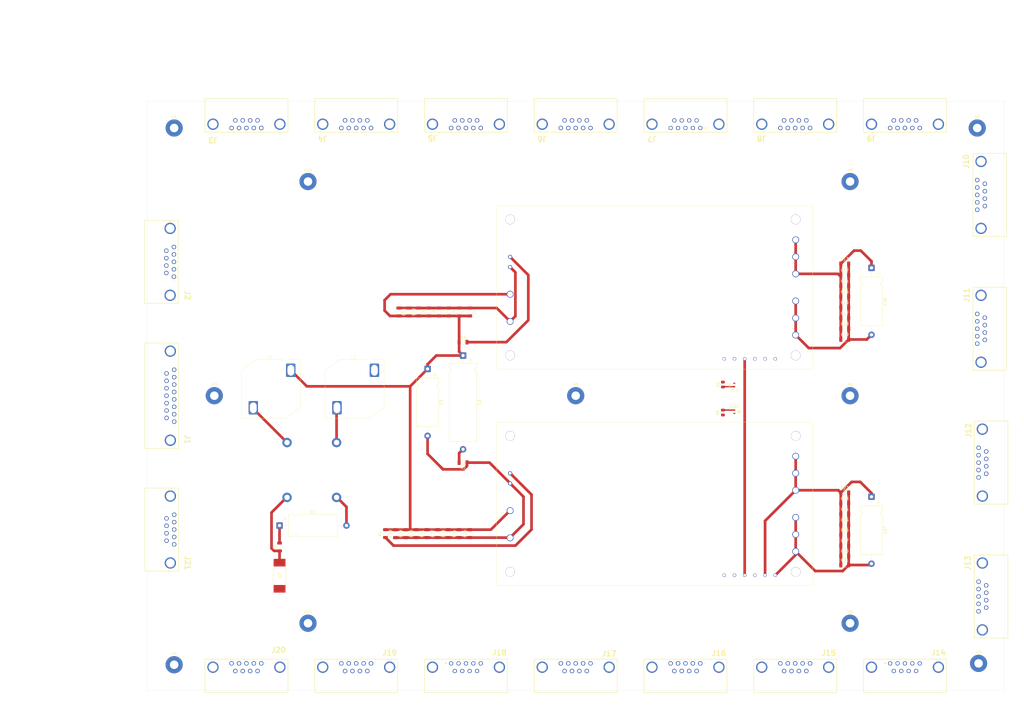
<source format=kicad_pcb>
(kicad_pcb (version 20241229) (generator "pcbnew") (generator_version "9.0")
  (layers (0 "F.Cu" signal) (4 "In1.Cu" signal) (6 "In2.Cu" signal) (8 "In3.Cu" signal) (10 "In4.Cu" signal) (2 "B.Cu" signal) (13 "F.Paste" user) (15 "B.Paste" user) (5 "F.SilkS" user "F.Silkscreen") (7 "B.SilkS" user "B.Silkscreen") (1 "F.Mask" user) (3 "B.Mask" user) (25 "Edge.Cuts" user))
  (net 0 "")
  (net 1 "Net-(C1-Pad1)")
  (net 2 "V_BATT_RTN")
  (net 3 "Net-(C3-Pad2)")
  (net 4 "V_SEC_OUT")
  (net 5 "V_SEC_RTN")
  (net 6 "Net-(LED1-Pad2)")
  (net 7 "Net-(U3-DC_OK)")
  (net 8 "Net-(LED2-Pad2)")
  (net 9 "Net-(L1-Pad4)")
  (net 11 "Net-(U3-Enable+)")
  (net 12 "Net-(J7-PadS1)")
  (net 13 "Net-(U3-AUX)")
  (net 15 "/Main-DC-DC_Converter/Parallel")
  (net 16 "V_BATT_IN")
  (net 18 "Net-(L1-Pad3)")
  (net 19 "Net-(L1-Pad1)")
  (net 20 "Net-(U1-Vin+)")
  (net 21 "Net-(U1-Enable-)")
  (net 22 "Net-(U1-DC_OK)")
  (net 23 "Net-(U1-Enable+)")
  (net 24 "Net-(U1-AUX)")
  (net 25 "CHASSIS")
  (net 27 "Net-(J14-PadS1)")
  (net 30 "Net-(J18-PadS1)")
  (footprint "Capacitor_SMD:C_1206_3216Metric" (layer "F.Cu") (at 400.5 236.25)
    (property "Reference" "C22")
    (property "Value" "0.1uF")
  )
  (footprint "Wurth_Elektronik:618009231121" (layer "F.Cu") (at 142.2 150 -90)
    (property "Reference" "J2")
    (property "Value" "618009231121")
  )
  (footprint "Resistor_SMD:R_1206_3216Metric" (layer "F.Cu") (at 228.92 251.5125 -90)
    (property "Reference" "R4")
    (property "Value" "9.1k")
  )
  (footprint "MountingHole:MountingHole_3.2mm_M3_Pad" (layer "F.Cu") (at 150 100)
    (property "Reference" "H1")
    (property "Value" "MountingHole_Pad")
  )
  (footprint "Capacitor_THT:CP_Axial_L18.0mm_D8.0mm_P25.00mm_Horizontal" (layer "F.Cu") (at 410.5 152.25 -90)
    (property "Reference" "C36")
    (property "Value" "150uF")
  )
  (footprint "Capacitor_SMD:C_1206_3216Metric" (layer "F.Cu") (at 237.67 168.725 -90)
    (property "Reference" "C10")
    (property "Value" "1uF")
  )
  (footprint "CoilCraft:AGM2222-192" (layer "F.Cu") (at 179.57 204.5075)
    (property "Reference" "L2")
    (property "Value" "1.9uH")
  )
  (footprint "Capacitor_THT:CP_Axial_L18.0mm_D8.0mm_P25.00mm_Horizontal" (layer "F.Cu") (at 244.67 190 -90)
    (property "Reference" "C2")
    (property "Value" "150uF")
  )
  (footprint "Wurth_Elektronik:618009231121" (layer "F.Cu") (at 218 92.28 180)
    (property "Reference" "J4")
    (property "Value" "618009231121")
  )
  (footprint "Wurth_Elektronik:618009231121" (layer "F.Cu") (at 382 92.28 180)
    (property "Reference" "J8")
    (property "Value" "618009231121")
  )
  (footprint "Capacitor_SMD:C_1206_3216Metric" (layer "F.Cu") (at 260.42 168.725 -90)
    (property "Reference" "C4")
    (property "Value" "0.1uF")
  )
  (footprint "Capacitor_SMD:C_1206_3216Metric" (layer "F.Cu") (at 400.5 150.75)
    (property "Reference" "C13")
    (property "Value" "1uF")
  )
  (footprint "Capacitor_SMD:C_1206_3216Metric" (layer "F.Cu") (at 400.5 171)
    (property "Reference" "C17")
    (property "Value" "0.1uF")
  )
  (footprint "Eaton:1245HC100-RTR_COB-L" (layer "F.Cu") (at 189.37 267.25 90)
    (property "Reference" "U2")
    (property "Value" "1245HC100-RTR")
  )
  (footprint "Wurth_Elektronik:618009231221" (layer "F.Cu") (at 259 307.72)
    (property "Reference" "J18")
    (property "Value" "618009231221")
  )
  (footprint "Wurth_Elektronik:618009231121" (layer "F.Cu") (at 142.28 250 -90)
    (property "Reference" "J21")
    (property "Value" "618009231121")
  )
  (footprint "MountingHole:MountingHole_3.2mm_M3_Pad" (layer "F.Cu") (at 402.5 120)
    (property "Reference" "H8")
    (property "Value" "MountingHole_Pad")
  )
  (footprint "Wurth_Elektronik:618009231221" (layer "F.Cu") (at 423 307.72)
    (property "Reference" "J14")
    (property "Value" "618009231221")
  )
  (footprint "Resistor_SMD:R_1206_3216Metric" (layer "F.Cu") (at 257.92 180)
    (property "Reference" "R3")
    (property "Value" "9.1k")
  )
  (footprint "Wurth_Elektronik:618009231121" (layer "F.Cu") (at 458.22 275 90)
    (property "Reference" "J13")
    (property "Value" "618009231121")
  )
  (footprint "Capacitor_SMD:C_1206_3216Metric" (layer "F.Cu") (at 400.5 256)
    (property "Reference" "C27")
    (property "Value" "1uF")
  )
  (footprint "Resistor_SMD:R_0805_2012Metric" (layer "F.Cu") (at 355 206.29115 -90)
    (property "Reference" "R6")
    (property "Value" "530")
  )
  (footprint "Kemet:SCT25XV" (layer "F.Cu") (at 210.67 217.5 -90)
    (property "Reference" "L1")
    (property "Value" "SCT25XV-280-2R1A005JV")
  )
  (footprint "Capacitor_SMD:C_1206_3216Metric" (layer "F.Cu") (at 232.67 251.55 90)
    (property "Reference" "C28")
    (property "Value" "1uF")
  )
  (footprint "Capacitor_SMD:C_1206_3216Metric" (layer "F.Cu") (at 252.42 251.525 90)
    (property "Reference" "C33")
    (property "Value" "0.1uF")
  )
  (footprint "Wurth_Elektronik:618009231121" (layer "F.Cu") (at 341 307.72)
    (property "Reference" "J16")
    (property "Value" "618009231121")
  )
  (footprint "Wurth_Elektronik:618009231121" (layer "F.Cu") (at 300 307.72)
    (property "Reference" "J17")
    (property "Value" "618009231121")
  )
  (footprint "Wurth_Elektronik:LED_0AS75000_WRE" (layer "F.Cu") (at 359.25 206 90)
    (property "Reference" "LED2")
    (property "Value" "150060AS75000")
  )
  (footprint "MSAG_Misc:QSB400" (layer "F.Cu") (at 270.42 190.08)
    (property "Reference" "U1" (hide yes))
    (property "Value" "QSB40024S12" (hide yes))
  )
  (footprint "Capacitor_SMD:C_1206_3216Metric" (layer "F.Cu") (at 400.5 259.9)
    (property "Reference" "C20")
    (property "Value" "0.1uF")
  )
  (footprint "Resistor_SMD:R_1206_3216Metric" (layer "F.Cu") (at 257.92 225)
    (property "Reference" "R2")
    (property "Value" "0.1")
  )
  (footprint "Wurth_Elektronik:618009231121" (layer "F.Cu") (at 457.72 125 90)
    (property "Reference" "J10")
    (property "Value" "618009231121")
  )
  (footprint "Capacitor_THT:CP_Axial_L18.0mm_D8.0mm_P25.00mm_Horizontal" (layer "F.Cu") (at 189.37 248.5)
    (property "Reference" "C1")
    (property "Value" "150uF")
  )
  (footprint "Capacitor_SMD:C_1206_3216Metric" (layer "F.Cu") (at 252.67 168.725 -90)
    (property "Reference" "C6")
    (property "Value" "0.1uF")
  )
  (footprint "Wurth_Elektronik:618009231121" (layer "F.Cu") (at 458.22 225 90)
    (property "Reference" "J12")
    (property "Value" "618009231121")
  )
  (footprint "Capacitor_SMD:C_1206_3216Metric" (layer "F.Cu") (at 400.5 240.25)
    (property "Reference" "C23")
    (property "Value" "0.1uF")
  )
  (footprint "Capacitor_SMD:C_1206_3216Metric" (layer "F.Cu") (at 240.42 251.525 90)
    (property "Reference" "C30")
    (property "Value" "1uF")
  )
  (footprint "MountingHole:MountingHole_3.2mm_M3_Pad" (layer "F.Cu") (at 165 200)
    (property "Reference" "H7")
    (property "Value" "MountingHole_Pad")
  )
  (footprint "Capacitor_SMD:C_1206_3216Metric" (layer "F.Cu") (at 260.42 251.525 90)
    (property "Reference" "C35")
    (property "Value" "0.1uF")
  )
  (footprint "Resistor_SMD:R_1206_3216Metric" (layer "F.Cu") (at 189.37 256.5 90)
    (property "Reference" "R1")
    (property "Value" "10k")
  )
  (footprint "Capacitor_SMD:C_1206_3216Metric" (layer "F.Cu") (at 400.5 159)
    (property "Reference" "C14")
    (property "Value" "1uF")
  )
  (footprint "MountingHole:MountingHole_3.2mm_M3_Pad" (layer "F.Cu") (at 200 120)
    (property "Reference" "H10")
    (property "Value" "MountingHole_Pad")
  )
  (footprint "MountingHole:MountingHole_3.2mm_M3_Pad" (layer "F.Cu") (at 402.5 200)
    (property "Reference" "H6")
    (property "Value" "MountingHole_Pad")
  )
  (footprint "Wurth_Elektronik:618009231121" (layer "F.Cu") (at 259 92.28 180)
    (property "Reference" "J5")
    (property "Value" "618009231121")
  )
  (footprint "Wurth_Elektronik:618009231121" (layer "F.Cu") (at 457.72 175 90)
    (property "Reference" "J11")
    (property "Value" "618009231121")
  )
  (footprint "MountingHole:MountingHole_3.2mm_M3_Pad" (layer "F.Cu") (at 200 285)
    (property "Reference" "H11")
    (property "Value" "MountingHole_Pad")
  )
  (footprint "Capacitor_SMD:C_1206_3216Metric" (layer "F.Cu") (at 256.42 251.525 90)
    (property "Reference" "C34")
    (property "Value" "0.1uF")
  )
  (footprint "Capacitor_SMD:C_1206_3216Metric" (layer "F.Cu") (at 248.92 168.725 -90)
    (property "Reference" "C7")
    (property "Value" "0.1uF")
  )
  (footprint "Wurth_Elektronik:618009231121" (layer "F.Cu") (at 382 307.72)
    (property "Reference" "J15")
    (property "Value" "618009231121")
  )
  (footprint "Capacitor_SMD:C_1206_3216Metric" (layer "F.Cu") (at 400.5 155)
    (property "Reference" "C12")
    (property "Value" "1uF")
  )
  (footprint "Wurth_Elektronik:618009231121" (layer "F.Cu") (at 218 307.72)
    (property "Reference" "J19")
    (property "Value" "618009231121")
  )
  (footprint "Capacitor_SMD:C_1206_3216Metric" (layer "F.Cu") (at 400.5 252)
    (property "Reference" "C26")
    (property "Value" "1uF")
  )
  (footprint "Capacitor_SMD:C_1206_3216Metric" (layer "F.Cu") (at 400.5 263.25)
    (property "Reference" "C21")
    (property "Value" "0.1uF")
  )
  (footprint "Wurth_Elektronik:618009231121" (layer "F.Cu") (at 423 92.28 180)
    (property "Reference" "J9")
    (property "Value" "618009231121")
  )
  (footprint "Wurth_Elektronik:618009231121" (layer "F.Cu") (at 177 307.72)
    (property "Reference" "J20")
    (property "Value" "618009231121")
  )
  (footprint "MountingHole:MountingHole_3.2mm_M3_Pad" (layer "F.Cu") (at 150 300.5)
    (property "Reference" "H4")
    (property "Value" "MountingHole_Pad")
  )
  (footprint "MSAG_Misc:QSB400" (layer "F.Cu") (at 270.42 270.88)
    (property "Reference" "U3" (hide yes))
    (property "Value" "QSB40024S12" (hide yes))
  )
  (footprint "Capacitor_SMD:C_1206_3216Metric" (layer "F.Cu") (at 400.5 167)
    (property "Reference" "C16")
    (property "Value" "0.1uF")
  )
  (footprint "MountingHole:MountingHole_3.2mm_M3_Pad" (layer "F.Cu") (at 300 200)
    (property "Reference" "H5")
    (property "Value" "MountingHole_Pad")
  )
  (footprint "Capacitor_SMD:C_1206_3216Metric" (layer "F.Cu") (at 245.17 168.725 -90)
    (property "Reference" "C8")
    (property "Value" "1uF")
  )
  (footprint "MountingHole:MountingHole_3.2mm_M3_Pad" (layer "F.Cu") (at 450 100)
    (property "Reference" "H2")
    (property "Value" "MountingHole_Pad")
  )
  (footprint "Capacitor_SMD:C_1206_3216Metric" (layer "F.Cu") (at 233.92 168.725 -90)
    (property "Reference" "C11")
    (property "Value" "1uF")
  )
  (footprint "Capacitor_SMD:C_1206_3216Metric" (layer "F.Cu") (at 256.52 168.725 -90)
    (property "Reference" "C5")
    (property "Value" "0.1uF")
  )
  (footprint "Capacitor_SMD:C_1206_3216Metric" (layer "F.Cu") (at 400.5 175)
    (property "Reference" "C18")
    (property "Value" "0.1uF")
  )
  (footprint "MountingHole:MountingHole_3.2mm_M3_Pad" (layer "F.Cu") (at 450.5 300)
    (property "Reference" "H3")
    (property "Value" "MountingHole_Pad")
  )
  (footprint "Capacitor_THT:CP_Axial_L18.0mm_D8.0mm_P25.00mm_Horizontal" (layer "F.Cu") (at 410.5 237.75 -90)
    (property "Reference" "C37")
    (property "Value" "150uF")
  )
  (footprint "Capacitor_SMD:C_1206_3216Metric" (layer "F.Cu") (at 244.42 251.525 90)
    (property "Reference" "C31")
    (property "Value" "1uF")
  )
  (footprint "Capacitor_THT:CP_Axial_L29.0mm_D10.0mm_P35.00mm_Horizontal" (layer "F.Cu") (at 257.92 185 -90)
    (property "Reference" "C3")
    (property "Value" "1mF")
  )
  (footprint "Capacitor_SMD:C_1206_3216Metric" (layer "F.Cu") (at 400.5 163)
    (property "Reference" "C15")
    (property "Value" "1uF")
  )
  (footprint "Capacitor_SMD:C_1206_3216Metric" (layer "F.Cu") (at 241.42 168.725 -90)
    (property "Reference" "C9")
    (property "Value" "1uF")
  )
  (footprint "Capacitor_SMD:C_1206_3216Metric" (layer "F.Cu") (at 400.5 248.25)
    (property "Reference" "C25")
    (property "Value" "1uF")
  )
  (footprint "Capacitor_SMD:C_1206_3216Metric" (layer "F.Cu") (at 400.5 244.25)
    (property "Reference" "C24")
    (property "Value" "1uF")
  )
  (footprint "Wurth_Elektronik:618009231221" (layer "F.Cu") (at 341 92.28 180)
    (property "Reference" "J7")
    (property "Value" "618009231221")
  )
  (footprint "Wurth_Elektronik:LED_0AS75000_WRE" (layer "F.Cu") (at 359.25 196 -90)
    (property "Reference" "LED1")
    (property "Value" "150060AS75000")
  )
  (footprint "Capacitor_SMD:C_1206_3216Metric" (layer "F.Cu") (at 400.5 179)
    (property "Reference" "C19")
    (property "Value" "0.1uF")
  )
  (footprint "Capacitor_SMD:C_1206_3216Metric" (layer "F.Cu") (at 236.52 251.55 90)
    (property "Reference" "C29")
    (property "Value" "1uF")
  )
  (footprint "Wurth_Elektronik:618009231121" (layer "F.Cu") (at 300 92.28 180)
    (property "Reference" "J6")
    (property "Value" "618009231121")
  )
  (footprint "Resistor_SMD:R_0805_2012Metric" (layer "F.Cu") (at 355 195.8375 90)
    (property "Reference" "R5")
    (property "Value" "530")
  )
  (footprint "Capacitor_SMD:C_1206_3216Metric" (layer "F.Cu") (at 248.42 251.525 90)
    (property "Reference" "C32")
    (property "Value" "0.1uF")
  )
  (footprint "Wurth_Elektronik:618009231121" (layer "F.Cu") (at 177 92.28 180)
    (property "Reference" "J3")
    (property "Value" "618009231121")
  )
  (footprint "CoilCraft:AGM2222-192" (layer "F.Cu") (at 210.82 204.5075)
    (property "Reference" "L3")
    (property "Value" "1.9uH")
  )
  (footprint "Wurth_Elektronik:618015231121" (layer "F.Cu") (at 142.28 200 -90)
    (property "Reference" "J1")
    (property "Value" "618015231121")
  )
  (footprint "MountingHole:MountingHole_3.2mm_M3_Pad" (layer "F.Cu") (at 402.5 285)
    (property "Reference" "H9")
    (property "Value" "MountingHole_Pad")
  )
  (gr_rect (start 140 90) (end 460 310) (stroke (width 0.05)) (fill no) (layer "Edge.Cuts"))
  (segment (start 189.37 255.0375) (end 189.37 248.5) (width 1) (layer "F.Cu") (net 1))
  (segment (start 214.37 241.55) (end 210.67 237.85) (width 1) (layer "F.Cu") (net 2))
  (segment (start 214.37 248.5) (end 214.37 241.55) (width 1) (layer "F.Cu") (net 2))
  (segment (start 256.4575 221.4625) (end 257.92 220) (width 1) (layer "F.Cu") (net 3))
  (segment (start 256.4575 225) (end 256.4575 221.4625) (width 1) (layer "F.Cu") (net 3))
  (segment (start 403.975 145.8) (end 406.5 145.8) (width 1) (layer "F.Cu") (net 4))
  (segment (start 399.025 236.25) (end 403.075 232.2) (width 1) (layer "F.Cu") (net 4))
  (segment (start 403.075 232.2) (end 406.3 232.2) (width 1) (layer "F.Cu") (net 4))
  (segment (start 398.5 155) (end 397.98 154.48) (width 1) (layer "F.Cu") (net 4))
  (segment (start 399.025 236.25) (end 399.025 263.25) (width 1) (layer "F.Cu") (net 4))
  (segment (start 398.095 235.32) (end 382.18 235.32) (width 1) (layer "F.Cu") (net 4))
  (segment (start 406.5 145.8) (end 410.5 149.8) (width 1) (layer "F.Cu") (net 4))
  (segment (start 370.75 246.75) (end 382.18 235.32) (width 1) (layer "F.Cu") (net 4))
  (segment (start 399.025 150.75) (end 403.975 145.8) (width 1) (layer "F.Cu") (net 4))
  (segment (start 397.98 154.48) (end 382.18 154.48) (width 1) (layer "F.Cu") (net 4))
  (segment (start 406.3 232.2) (end 410.5 236.4) (width 1) (layer "F.Cu") (net 4))
  (segment (start 382.18 154.52) (end 382.18 141.82) (width 1) (layer "F.Cu") (net 4))
  (segment (start 399.025 179) (end 399.025 150.75) (width 1) (layer "F.Cu") (net 4))
  (segment (start 399.025 155) (end 398.5 155) (width 1) (layer "F.Cu") (net 4))
  (segment (start 410.5 149.8) (end 410.5 152.25) (width 1) (layer "F.Cu") (net 4))
  (segment (start 382.18 235.32) (end 382.18 222.62) (width 1) (layer "F.Cu") (net 4))
  (segment (start 410.5 236.4) (end 410.5 237.75) (width 1) (layer "F.Cu") (net 4))
  (segment (start 399.025 236.25) (end 398.095 235.32) (width 1) (layer "F.Cu") (net 4))
  (segment (start 370.75 267.07) (end 370.75 246.75) (width 1) (layer "F.Cu") (net 4))
  (segment (start 401.975 263.25) (end 410 263.25) (width 1) (layer "F.Cu") (net 5))
  (segment (start 398.775 182.2) (end 387.04 182.2) (width 1) (layer "F.Cu") (net 5))
  (segment (start 389.5 265.5) (end 382.18 258.18) (width 1) (layer "F.Cu") (net 5))
  (segment (start 401.975 179) (end 398.775 182.2) (width 1) (layer "F.Cu") (net 5))
  (segment (start 401.975 236.25) (end 401.975 263.25) (width 1) (layer "F.Cu") (net 5))
  (segment (start 382.18 258.18) (end 382.18 245.48) (width 1) (layer "F.Cu") (net 5))
  (segment (start 401.975 179) (end 408.75 179) (width 1) (layer "F.Cu") (net 5))
  (segment (start 401.975 263.25) (end 399.725 265.5) (width 1) (layer "F.Cu") (net 5))
  (segment (start 382.18 164.68) (end 382.18 177.38) (width 1) (layer "F.Cu") (net 5))
  (segment (start 399.725 265.5) (end 389.5 265.5) (width 1) (layer "F.Cu") (net 5))
  (segment (start 374.56 267.07) (end 382.18 259.45) (width 1) (layer "F.Cu") (net 5))
  (segment (start 410 263.25) (end 410.5 262.75) (width 1) (layer "F.Cu") (net 5))
  (segment (start 401.975 179) (end 401.975 150.75) (width 1) (layer "F.Cu") (net 5))
  (segment (start 387.04 182.2) (end 382.18 177.34) (width 1) (layer "F.Cu") (net 5))
  (segment (start 408.75 179) (end 410.5 177.25) (width 1) (layer "F.Cu") (net 5))
  (segment (start 382.18 259.45) (end 382.18 258.18) (width 1) (layer "F.Cu") (net 5))
  (segment (start 359.25 196.62865) (end 355.12135 196.62865) (width 0.5) (layer "F.Cu") (net 6))
  (segment (start 355.12135 196.62865) (end 355 196.75) (width 0.5) (layer "F.Cu") (net 6))
  (segment (start 355.0073 205.37135) (end 355 205.37865) (width 0.5) (layer "F.Cu") (net 8))
  (segment (start 359.25 205.37135) (end 355.0073 205.37135) (width 0.5) (layer "F.Cu") (net 8))
  (segment (start 186.37 243.65) (end 192.17 237.85) (width 1) (layer "F.Cu") (net 9))
  (segment (start 189.37 257.9625) (end 189.37 262.369999) (width 1) (layer "F.Cu") (net 9))
  (segment (start 187.3325 257.9625) (end 186.37 257) (width 1) (layer "F.Cu") (net 9))
  (segment (start 189.37 257.9625) (end 187.3325 257.9625) (width 1) (layer "F.Cu") (net 9))
  (segment (start 186.37 257) (end 186.37 243.65) (width 1) (layer "F.Cu") (net 9))
  (segment (start 283.5 250) (end 283.5 236.97) (width 1) (layer "F.Cu") (net 11))
  (segment (start 231.945 256) (end 277.42 256) (width 1) (layer "F.Cu") (net 11))
  (segment (start 277.5 256) (end 283.5 250) (width 1) (layer "F.Cu") (net 11))
  (segment (start 228.92 252.975) (end 231.945 256) (width 1) (layer "F.Cu") (net 11))
  (segment (start 283.5 236.97) (end 275.5 228.97) (width 1) (layer "F.Cu") (net 11))
  (segment (start 363.13 267.07) (end 363.13 186.23) (width 1) (layer "F.Cu") (net 15))
  (segment (start 179.57 204.9) (end 179.57 204.5075) (width 1) (layer "F.Cu") (net 18))
  (segment (start 192.17 217.5) (end 179.57 204.9) (width 1) (layer "F.Cu") (net 18))
  (segment (start 210.67 204.6575) (end 210.82 204.5075) (width 1) (layer "F.Cu") (net 19))
  (segment (start 210.67 217.5) (end 210.67 204.6575) (width 1) (layer "F.Cu") (net 19))
  (segment (start 244.67 190) (end 244.67 188.25) (width 1) (layer "F.Cu") (net 20))
  (segment (start 238.17 196.5) (end 238.17 249.8) (width 1) (layer "F.Cu") (net 20))
  (segment (start 199.5625 196.5) (end 238.17 196.5) (width 1) (layer "F.Cu") (net 20))
  (segment (start 230.62 170.2) (end 228.62 168.2) (width 1) (layer "F.Cu") (net 20))
  (segment (start 256.4575 170.2625) (end 256.52 170.2) (width 1) (layer "F.Cu") (net 20))
  (segment (start 233.92 170.2) (end 230.62 170.2) (width 1) (layer "F.Cu") (net 20))
  (segment (start 238.17 249.8) (end 238.42 250.05) (width 1) (layer "F.Cu") (net 20))
  (segment (start 268.31 250.05) (end 275.5 242.86) (width 1) (layer "F.Cu") (net 20))
  (segment (start 193.57 190.5075) (end 199.5625 196.5) (width 1) (layer "F.Cu") (net 20))
  (segment (start 256.4575 183.5375) (end 257.92 185) (width 1) (layer "F.Cu") (net 20))
  (segment (start 228.92 250.05) (end 238.42 250.05) (width 1) (layer "F.Cu") (net 20))
  (segment (start 244.67 188.25) (end 247.92 185) (width 1) (layer "F.Cu") (net 20))
  (segment (start 260.42 250.05) (end 268.23 250.05) (width 1) (layer "F.Cu") (net 20))
  (segment (start 256.4575 180) (end 256.4575 183.5375) (width 1) (layer "F.Cu") (net 20))
  (segment (start 233.92 170.2) (end 260.42 170.2) (width 1) (layer "F.Cu") (net 20))
  (segment (start 230.82 162.1) (end 275.42 162.1) (width 1) (layer "F.Cu") (net 20))
  (segment (start 228.62 168.2) (end 228.62 164.3) (width 1) (layer "F.Cu") (net 20))
  (segment (start 238.42 250.05) (end 260.42 250.05) (width 1) (layer "F.Cu") (net 20))
  (segment (start 257.92 185) (end 247.92 185) (width 1) (layer "F.Cu") (net 20))
  (segment (start 228.62 164.3) (end 230.82 162.1) (width 1) (layer "F.Cu") (net 20))
  (segment (start 256.4575 180) (end 256.4575 170.2625) (width 1) (layer "F.Cu") (net 20))
  (segment (start 238.17 196.5) (end 244.67 190) (width 1) (layer "F.Cu") (net 20))
  (segment (start 277.471 170.289) (end 275.5 172.26) (width 1) (layer "F.Cu") (net 21))
  (segment (start 275.5 232.75) (end 275.5 232.7) (width 1) (layer "F.Cu") (net 21))
  (segment (start 280.5 237.75) (end 275.5 232.75) (width 1) (layer "F.Cu") (net 21))
  (segment (start 244.67 221.75) (end 250.42 227.5) (width 1) (layer "F.Cu") (net 21))
  (segment (start 244.67 215) (end 244.67 221.75) (width 1) (layer "F.Cu") (net 21))
  (segment (start 249.57 226.65) (end 250.42 227.5) (width 1) (layer "F.Cu") (net 21))
  (segment (start 250.42 227.5) (end 258.17 227.5) (width 1) (layer "F.Cu") (net 21))
  (segment (start 260.42 167.25) (end 270.41 167.25) (width 1) (layer "F.Cu") (net 21))
  (segment (start 259.3825 226.2875) (end 259.3825 225) (width 1) (layer "F.Cu") (net 21))
  (segment (start 260.42 167.25) (end 261.17 167.25) (width 1) (layer "F.Cu") (net 21))
  (segment (start 261.17 167.25) (end 261.2 167.22) (width 1) (layer "F.Cu") (net 21))
  (segment (start 260.44 253.02) (end 260.42 253) (width 1) (layer "F.Cu") (net 21))
  (segment (start 275.5 253) (end 280.5 248) (width 1) (layer "F.Cu") (net 21))
  (segment (start 275.5 253.02) (end 275.5 253) (width 1) (layer "F.Cu") (net 21))
  (segment (start 277.471 153.911) (end 277.471 170.289) (width 1) (layer "F.Cu") (net 21))
  (segment (start 280.5 248) (end 280.5 237.75) (width 1) (layer "F.Cu") (net 21))
  (segment (start 275.5 232.7) (end 267.8 225) (width 1) (layer "F.Cu") (net 21))
  (segment (start 258.17 227.5) (end 259.3825 226.2875) (width 1) (layer "F.Cu") (net 21))
  (segment (start 260.395 253.025) (end 260.42 253) (width 1) (layer "F.Cu") (net 21))
  (segment (start 275.42 253.02) (end 260.44 253.02) (width 1) (layer "F.Cu") (net 21))
  (segment (start 232.67 253.025) (end 260.395 253.025) (width 1) (layer "F.Cu") (net 21))
  (segment (start 233.92 167.25) (end 260.42 167.25) (width 1) (layer "F.Cu") (net 21))
  (segment (start 270.49 167.25) (end 275.5 172.26) (width 1) (layer "F.Cu") (net 21))
  (segment (start 275.5 151.94) (end 277.471 153.911) (width 1) (layer "F.Cu") (net 21))
  (segment (start 267.72 225) (end 259.3825 225) (width 1) (layer "F.Cu") (net 21))
  (segment (start 259.3825 180) (end 274.02 180) (width 1) (layer "F.Cu") (net 23))
  (segment (start 282.3 171.8) (end 282.3 154.93) (width 1) (layer "F.Cu") (net 23))
  (segment (start 282.3 154.93) (end 275.5 148.13) (width 1) (layer "F.Cu") (net 23))
  (segment (start 274.1 180) (end 282.3 171.8) (width 1) (layer "F.Cu") (net 23))
  (segment (start 354.75 195) (end 355 194.75) (width 0.5) (layer "F.Cu") (net 24))
  (segment (start 354.75 195.0875) (end 354.75 195) (width 0.5) (layer "F.Cu") (net 24))
)
</source>
